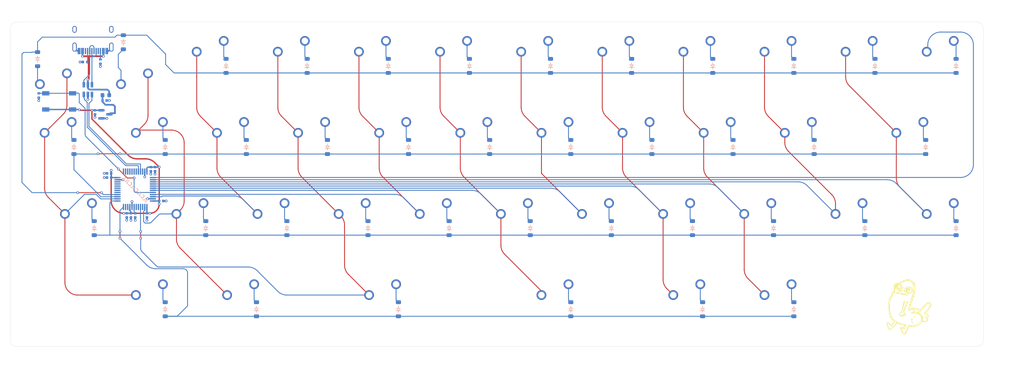
<source format=kicad_pcb>
(kicad_pcb (version 20240108) (generator "pcbnew") (generator_version "8.0")
  (title_block (title "ScottoModules (STM32F072CBT6)") (date "2024-07-13") (rev "2.0.0") (company "ScottoKeebs") (comment 1 "GND filled zone should be on In1.Cu and In2.Cu on a 4 layer board.") (comment 2 "GND can be used on F.Cu and B.Cu on a 2 layer board but not encouraged."))
  (layers (0 "F.Cu" signal) (1 "In1.Cu" signal) (2 "In2.Cu" signal) (31 "B.Cu" signal) (34 "B.Paste" user) (35 "F.Paste" user) (36 "B.SilkS" user "B.Silkscreen") (37 "F.SilkS" user "F.Silkscreen") (38 "B.Mask" user) (39 "F.Mask" user) (44 "Edge.Cuts" user))
  (net 0 "")
  (net 1 "GND")
  (net 2 "+3.3V")
  (net 3 "+5V")
  (net 4 "VBUS")
  (net 5 "/USB_D+")
  (net 6 "Net-(J1-CC1)")
  (net 7 "/USB_D-")
  (net 8 "Net-(J1-CC2)")
  (net 9 "/A7")
  (net 10 "A6")
  (net 11 "Net-(D1-A)")
  (net 12 "/A9")
  (net 13 "Net-(D2-A)")
  (net 14 "Net-(D3-A)")
  (net 15 "/A1")
  (net 16 "/A8")
  (net 17 "Net-(D4-A)")
  (net 18 "/A13")
  (net 19 "Net-(D5-A)")
  (net 20 "Net-(D6-A)")
  (net 21 "/A10")
  (net 22 "/A2")
  (net 23 "/MCU_D-")
  (net 24 "/MCU_D+")
  (net 25 "/NRST")
  (net 26 "/BOOT0")
  (net 27 "/B12")
  (net 28 "Net-(D7-A)")
  (net 29 "Net-(D8-A)")
  (net 30 "/B0")
  (net 31 "Net-(D9-A)")
  (net 32 "Net-(D10-A)")
  (net 33 "/B2")
  (net 34 "Net-(D11-A)")
  (net 35 "/B1")
  (net 36 "/B13")
  (net 37 "/F1")
  (net 38 "Net-(D12-A)")
  (net 39 "A5")
  (net 40 "/B10")
  (net 41 "Net-(D13-A)")
  (net 42 "/B15")
  (net 43 "/F0")
  (net 44 "/C15")
  (net 45 "/B11")
  (net 46 "Net-(D14-A)")
  (net 47 "/B14")
  (net 48 "Net-(D15-A)")
  (net 49 "Net-(D16-A)")
  (net 50 "Net-(D17-A)")
  (net 51 "Net-(D18-A)")
  (net 52 "Net-(D19-A)")
  (net 53 "Net-(D20-A)")
  (net 54 "Net-(D21-A)")
  (net 55 "Net-(D22-A)")
  (net 56 "Net-(D23-A)")
  (net 57 "A3")
  (net 58 "Net-(D24-A)")
  (net 59 "Net-(D25-A)")
  (net 60 "Net-(D26-A)")
  (net 61 "Net-(D27-A)")
  (net 62 "Net-(D28-A)")
  (net 63 "Net-(D29-A)")
  (net 64 "Net-(D30-A)")
  (net 65 "Net-(D31-A)")
  (net 66 "Net-(D32-A)")
  (net 67 "Net-(D33-A)")
  (net 68 "Net-(D34-A)")
  (net 69 "Net-(D35-A)")
  (net 70 "Net-(D36-A)")
  (net 71 "Net-(D37-A)")
  (net 72 "Net-(D38-A)")
  (net 73 "Net-(D39-A)")
  (net 74 "Net-(D40-A)")
  (net 75 "A4")
  (net 76 "C13")
  (net 77 "B9")
  (net 78 "B8")
  (net 79 "B7")
  (net 80 "B6")
  (net 81 "B5")
  (net 82 "B4")
  (net 83 "B3")
  (net 84 "A15")
  (net 85 "A14")
  (net 86 "/C14")
  (net 87 "/A0")
  (footprint "PCM_marbastlib-mx:SW_MX_1u" (layer "F.Cu") (at 86.868696 75.200654)
    (property "Reference" "S26" (hide yes))
    (property "Value" "Keyswitch")
  )
  (footprint "PCM_marbastlib-mx:SW_MX_1u" (layer "F.Cu") (at 67.818696 75.200654)
    (property "Reference" "S25" (hide yes))
    (property "Value" "Keyswitch")
  )
  (footprint "PCM_marbastlib-mx:SW_MX_1u" (layer "F.Cu") (at 58.293696 94.250654)
    (property "Reference" "S35" (hide yes))
    (property "Value" "Keyswitch")
  )
  (footprint "PCM_marbastlib-mx:SW_MX_1u" (layer "F.Cu") (at 205.931196 94.250654)
    (property "Reference" "S40" (hide yes))
    (property "Value" "Keyswitch")
  )
  (footprint "PCM_marbastlib-mx:SW_MX_1u" (layer "F.Cu") (at 58.293696 56.150654)
    (property "Reference" "S14" (hide yes))
    (property "Value" "Keyswitch")
  )
  (footprint "PCM_marbastlib-mx:SW_MX_1u" (layer "F.Cu") (at 172.593696 56.150654)
    (property "Reference" "S20" (hide yes))
    (property "Value" "Keyswitch")
  )
  (footprint "PCM_marbastlib-mx:SW_MX_1u" (layer "F.Cu") (at 191.643696 56.150654)
    (property "Reference" "S21" (hide yes))
    (property "Value" "Keyswitch")
  )
  (footprint "PCM_marbastlib-mx:SW_MX_1.75u" (layer "F.Cu") (at 236.887446 56.150654)
    (property "Reference" "S23" (hide yes))
    (property "Value" "Keyswitch")
  )
  (footprint "PCM_marbastlib-mx:SW_MX_1u" (layer "F.Cu") (at 110.681196 37.100654)
    (property "Reference" "S5" (hide yes))
    (property "Value" "Keyswitch")
  )
  (footprint "PCM_marbastlib-mx:SW_MX_1u" (layer "F.Cu") (at 244.031196 37.100654)
    (property "Reference" "S12" (hide yes))
    (property "Value" "Keyswitch")
  )
  (footprint "PCM_marbastlib-mx:SW_MX_1u" (layer "F.Cu") (at 129.731196 37.100654)
    (property "Reference" "S6" (hide yes))
    (property "Value" "Keyswitch")
  )
  (footprint "PCM_marbastlib-mx:SW_MX_1u" (layer "F.Cu") (at 134.493696 56.150654)
    (property "Reference" "S18" (hide yes))
    (property "Value" "Keyswitch")
  )
  (footprint "PCM_marbastlib-mx:SW_MX_1u" (layer "F.Cu") (at 186.881196 37.100654)
    (property "Reference" "S9" (hide yes))
    (property "Value" "Keyswitch")
  )
  (footprint "PCM_marbastlib-mx:SW_MX_1u" (layer "F.Cu") (at 205.931196 37.100654)
    (property "Reference" "S10" (hide yes))
    (property "Value" "Keyswitch")
  )
  (footprint "PCM_marbastlib-mx:SW_MX_1.75u" (layer "F.Cu") (at 41.624946 75.200654)
    (property "Reference" "S24" (hide yes))
    (property "Value" "Keyswitch")
  )
  (footprint "PCM_marbastlib-mx:SW_MX_1u" (layer "F.Cu") (at 34.481196 37.100654 180)
    (property "Reference" "S1" (hide yes))
    (property "Value" "Keyswitch")
  )
  (footprint "PCM_marbastlib-mx:SW_MX_1u" (layer "F.Cu") (at 91.631196 37.100654)
    (property "Reference" "S4" (hide yes))
    (property "Value" "Keyswitch")
  )
  (footprint "PCM_marbastlib-mx:SW_MX_1.25u" (layer "F.Cu") (at 79.724946 94.250654)
    (property "Reference" "S36" (hide yes))
    (property "Value" "Keyswitch")
  )
  (footprint "PCM_marbastlib-mx:SW_MX_1.25u" (layer "F.Cu") (at 36.862446 56.150654)
    (property "Reference" "S13" (hide yes))
    (property "Value" "Keyswitch")
  )
  (footprint "PCM_marbastlib-mx:SW_MX_1u" (layer "F.Cu") (at 163.068696 75.200654)
    (property "Reference" "S30" (hide yes))
    (property "Value" "Keyswitch")
  )
  (footprint "PCM_marbastlib-mx:SW_MX_1.25u" (layer "F.Cu") (at 184.499946 94.250654)
    (property "Reference" "S39" (hide yes))
    (property "Value" "Keyswitch")
  )
  (footprint "PCM_marbastlib-mx:SW_MX_1u" (layer "F.Cu") (at 72.581196 37.100654)
    (property "Reference" "S3" (hide yes))
    (property "Value" "Keyswitch")
  )
  (footprint "PCM_marbastlib-mx:SW_MX_1u" (layer "F.Cu") (at 244.031196 75.200654)
    (property "Reference" "S34" (hide yes))
    (property "Value" "Keyswitch")
  )
  (footprint "PCM_marbastlib-mx:SW_MX_1u" (layer "F.Cu") (at 210.693696 56.150654)
    (property "Reference" "S22" (hide yes))
    (property "Value" "Keyswitch")
  )
  (footprint "fred_graphics:logo" (layer "F.Cu") (at 235.912446 94.385029)
    (property "Reference" "G***" (hide yes))
    (property "Value" "LOGO" (hide yes))
  )
  (footprint "PCM_marbastlib-mx:SW_MX_1u" (layer "F.Cu") (at 53.531196 37.100654 180)
    (property "Reference" "S2" (hide yes))
    (property "Value" "Keyswitch")
  )
  (footprint "PCM_marbastlib-mx:SW_MX_1u" (layer "F.Cu") (at 115.443696 56.150654)
    (property "Reference" "S17" (hide yes))
    (property "Value" "Keyswitch")
  )
  (footprint "PCM_marbastlib-mx:SW_MX_1u" (layer "F.Cu") (at 224.981196 37.100654)
    (property "Reference" "S11" (hide yes))
    (property "Value" "Keyswitch")
  )
  (footprint "PCM_marbastlib-mx:SW_MX_1u" (layer "F.Cu") (at 182.118696 75.200654)
    (property "Reference" "S31" (hide yes))
    (property "Value" "Keyswitch")
  )
  (footprint "PCM_marbastlib-mx:STAB_MX_2u" (layer "F.Cu") (at 153.543696 94.250654 180)
    (property "Reference" "SB2" (hide yes))
    (property "Value" "MX_stab")
  )
  (footprint "PCM_marbastlib-mx:SW_MX_1u" (layer "F.Cu") (at 144.018696 75.200654)
    (property "Reference" "S29" (hide yes))
    (property "Value" "Keyswitch")
  )
  (footprint "PCM_marbastlib-mx:SW_MX_1u" (layer "F.Cu") (at 148.781196 37.100654)
    (property "Reference" "S7" (hide yes))
    (property "Value" "Keyswitch")
  )
  (footprint "PCM_marbastlib-mx:SW_MX_1u" (layer "F.Cu") (at 153.543696 56.150654)
    (property "Reference" "S19" (hide yes))
    (property "Value" "Keyswitch")
  )
  (footprint "PCM_marbastlib-mx:SW_MX_1u" (layer "F.Cu") (at 96.393696 56.150654)
    (property "Reference" "S16" (hide yes))
    (property "Value" "Keyswitch")
  )
  (footprint "PCM_marbastlib-mx:SW_MX_1u" (layer "F.Cu") (at 201.168696 75.200654)
    (property "Reference" "S32" (hide yes))
    (property "Value" "Keyswitch")
  )
  (footprint "PCM_marbastlib-mx:SW_MX_1u" (layer "F.Cu") (at 77.343696 56.150654)
    (property "Reference" "S15" (hide yes))
    (property "Value" "Keyswitch")
  )
  (footprint "PCM_marbastlib-mx:SW_MX_1u" (layer "F.Cu") (at 113.062446 94.250654)
    (property "Reference" "S37" (hide yes))
    (property "Value" "Keyswitch")
  )
  (footprint "PCM_marbastlib-mx:SW_MX_1u" (layer "F.Cu") (at 124.968696 75.200654)
    (property "Reference" "S28" (hide yes))
    (property "Value" "Keyswitch")
  )
  (footprint "PCM_marbastlib-mx:SW_MX_1.25u" (layer "F.Cu") (at 222.599946 75.200654)
    (property "Reference" "S33" (hide yes))
    (property "Value" "Keyswitch")
  )
  (footprint "PCM_marbastlib-mx:SW_MX_1u" (layer "F.Cu") (at 153.543696 94.250654)
    (property "Reference" "S38" (hide yes))
    (property "Value" "Keyswitch")
  )
  (footprint "PCM_marbastlib-mx:STAB_MX_2.25u" (layer "F.Cu") (at 113.062446 94.250654 180)
    (property "Reference" "SB1" (hide yes))
    (property "Value" "MX_stab")
  )
  (footprint "PCM_marbastlib-mx:SW_MX_1u" (layer "F.Cu") (at 167.831196 37.100654)
    (property "Reference" "S8" (hide yes))
    (property "Value" "Keyswitch")
  )
  (footprint "PCM_marbastlib-mx:SW_MX_1u" (layer "F.Cu") (at 105.918696 75.200654)
    (property "Reference" "S27" (hide yes))
    (property "Value" "Keyswitch")
  )
  (footprint "ScottoKeebs_Components:Diode_SOD-123" (layer "B.Cu") (at 82.806196 95.044404 90)
    (property "Reference" "D36" (hide yes))
    (property "Value" "Diode")
  )
  (footprint "ScottoKeebs_Components:Diode_SOD-123" (layer "B.Cu") (at 225.681196 75.994404 90)
    (property "Reference" "D33" (hide yes))
    (property "Value" "Diode")
  )
  (footprint "ScottoKeebs_Components:Resistor_0402" (layer "B.Cu") (at 46.153073 36.866279 -90)
    (property "Reference" "R3" (hide yes))
    (property "Value" "5.1k" (hide yes))
  )
  (footprint "ScottoKeebs_Components:Diode_SOD-123" (layer "B.Cu") (at 70.899946 75.994404 90)
    (property "Reference" "D25" (hide yes))
    (property "Value" "Diode")
  )
  (footprint "ScottoKeebs_Components:Diode_SOD-123" (layer "B.Cu") (at 61.374946 95.044404 90)
    (property "Reference" "D35" (hide yes))
    (property "Value" "Diode")
  )
  (footprint "ScottoKeebs_Components:Capacitor_0402" (layer "B.Cu") (at 57.997453 62.14378 90)
    (property "Reference" "C16" (hide yes))
    (property "Value" "100nF")
  )
  (footprint "ScottoKeebs_Components:Diode_SOD-123" (layer "B.Cu") (at 39.943696 56.944404 90)
    (property "Reference" "D13" (hide yes))
    (property "Value" "Diode")
  )
  (footprint "ScottoKeebs_Components:Diode_SOD-123" (layer "B.Cu") (at 89.949946 75.994404 90)
    (property "Reference" "D26" (hide yes))
    (property "Value" "Diode")
  )
  (footprint "ScottoKeebs_Components:USB_C_HRO_TYPE-C-31-M-12" (layer "B.Cu") (at 44.403071 30.353779)
    (property "Reference" "J1" (hide yes))
    (property "Value" "USB_C")
  )
  (footprint "ScottoKeebs_Components:Diode_SOD-123" (layer "B.Cu") (at 99.474946 56.944404 90)
    (property "Reference" "D16" (hide yes))
    (property "Value" "Diode")
  )
  (footprint "ScottoKeebs_Components:ESD_SOT-23-6" (layer "B.Cu") (at 43.212446 43.450654 90)
    (property "Reference" "U4" (hide yes))
    (property "Value" "USBLC6-2SC6" (hide yes))
  )
  (footprint "ScottoKeebs_Components:Diode_SOD-123" (layer "B.Cu") (at 187.581196 95.044404 90)
    (property "Reference" "D39" (hide yes))
    (property "Value" "Diode")
  )
  (footprint "ScottoKeebs_Components:Diode_SOD-123" (layer "B.Cu") (at 239.968696 56.944404 90)
    (property "Reference" "D23" (hide yes))
    (property "Value" "Diode")
  )
  (footprint "ScottoKeebs_Components:Diode_SOD-123" (layer "B.Cu") (at 209.012446 95.044404 90)
    (property "Reference" "D40" (hide yes))
    (property "Value" "Diode")
  )
  (footprint "ScottoKeebs_Components:Capacitor_0402" (layer "B.Cu") (at 60.447446 69.616279 180)
    (property "Reference" "C13" (hide yes))
    (property "Value" "100nF")
  )
  (footprint "ScottoKeebs_Components:Capacitor_0402" (layer "B.Cu") (at 53.324946 72.988779 90)
    (property "Reference" "C14" (hide yes))
    (property "Value" "10nF")
  )
  (footprint "ScottoKeebs_Components:Diode_SOD-123" (layer "B.Cu") (at 108.999946 75.994404 90)
    (property "Reference" "D27" (hide yes))
    (property "Value" "Diode")
  )
  (footprint "ScottoKeebs_Components:Diode_SOD-123" (layer "B.Cu") (at 75.662446 37.894404 90)
    (property "Reference" "D3" (hide yes))
    (property "Value" "Diode")
  )
  (footprint "ScottoKeebs_Components:Diode_SOD-123" (layer "B.Cu") (at 209.012446 37.894404 90)
    (property "Reference" "D10" (hide yes))
    (property "Value" "Diode")
  )
  (footprint "ScottoKeebs_Components:Package_LQFP-48_7x7mm_P0.5" (layer "B.Cu") (at 54.324946 66.866279 90)
    (property "Reference" "U1" (hide yes))
    (property "Value" "STM32F072CBT6" (hide yes))
  )
  (footprint "ScottoKeebs_Components:Capacitor_0402" (layer "B.Cu") (at 48.202445 64.116276)
    (property "Reference" "C11" (hide yes))
    (property "Value" "100nF")
  )
  (footprint "ScottoKeebs_Components:Diode_SOD-123" (layer "B.Cu") (at 156.624946 95.044404 90)
    (property "Reference" "D38" (hide yes))
    (property "Value" "Diode")
  )
  (footprint "ScottoKeebs_Components:Diode_SOD-123" (layer "B.Cu") (at 166.149946 75.994404 90)
    (property "Reference" "D30" (hide yes))
    (property "Value" "Diode")
  )
  (footprint "ScottoKeebs_Components:Capacitor_0402" (layer "B.Cu") (at 47.127197 46.018151)
    (property "Reference" "C8" (hide yes))
    (property "Value" "1uF")
  )
  (footprint "ScottoKeebs_Components:Diode_SOD-123" (layer "B.Cu") (at 94.712446 37.894404 90)
    (property "Reference" "D4" (hide yes))
    (property "Value" "Diode")
  )
  (footprint "ScottoKeebs_Components:Diode_SOD-123" (layer "B.Cu") (at 175.674946 56.944404 90)
    (property "Reference" "D20" (hide yes))
    (property "Value" "Diode")
  )
  (footprint "ScottoKeebs_Components:Diode_SOD-123" (layer "B.Cu") (at 194.724946 56.944404 90)
    (property "Reference" "D21" (hide yes))
    (property "Value" "Diode")
  )
  (footprint "ScottoKeebs_Components:Diode_SOD-123" (layer "B.Cu") (at 44.706196 75.994404 90)
    (property "Reference" "D24" (hide yes))
    (property "Value" "Diode")
  )
  (footprint "ScottoKeebs_Components:Capacitor_0402" (layer "B.Cu") (at 57.074945 72.98878 90)
    (property "Reference" "C10" (hide yes))
    (property "Value" "100nF")
  )
  (footprint "ScottoKeebs_Components:Capacitor_0402" (layer "B.Cu") (at 52.342446 72.98878 90)
    (property "Reference" "C15" (hide yes))
    (property "Value" "1uF")
  )
  (footprint "ScottoKeebs_Components:Diode_SOD-123" (layer "B.Cu") (at 31.399946 36.306904 -90)
    (property "Reference" "D1" (hide yes))
    (property "Value" "Diode")
  )
  (footprint "ScottoKeebs_Components:Diode_SOD-123" (layer "B.Cu") (at 247.112446 37.894404 90)
    (property "Reference" "D12" (hide yes))
    (property "Value" "Diode")
  )
  (footprint "ScottoKeebs_Components:Diode_SOD-123" (layer "B.Cu") (at 213.774946 56.944404 90)
    (property "Reference" "D22" (hide yes))
    (property "Value" "Diode")
  )
  (footprint "ScottoKeebs_Components:Diode_SOD-123" (layer "B.Cu") (at 247.112446 75.994404 90)
    (property "Reference" "D34" (hide yes))
    (property "Value" "Diode")
  )
  (footprint "ScottoKeebs_Components:Resistor_0402" (layer "B.Cu") (at 42.558071 36.978779 180)
    (property "Reference" "R2" (hide yes))
    (property "Value" "5.1k" (hide yes))
  )
  (footprint "ScottoKeebs_Components:Diode_SOD-123" (layer "B.Cu") (at 132.812446 37.894404 90)
    (property "Reference" "D6" (hide yes))
    (property "Value" "Diode")
  )
  (footprint "ScottoKeebs_Components:Diode_SOD-123" (layer "B.Cu") (at 204.249946 75.994404 90)
    (property "Reference" "D32" (hide yes))
    (property "Value" "Diode")
  )
  (footprint "ScottoKeebs_Components:Capacitor_0402" (layer "B.Cu") (at 54.324945 72.988779 -90)
    (property "Reference" "C7" (hide yes))
    (property "Value" "100nF")
  )
  (footprint "ScottoKeebs_Components:Diode_SOD-123" (layer "B.Cu") (at 113.762446 37.894404 90)
    (property "Reference" "D5" (hide yes))
    (property "Value" "Diode")
  )
  (footprint "ScottoKeebs_Components:Capacitor_0402" (layer "B.Cu") (at 58.979946 62.143782 90)
    (property "Reference" "C17" (hide yes))
    (property "Value" "4.7uF")
  )
  (footprint "ScottoKeebs_Components:Diode_SOD-123" (layer "B.Cu") (at 116.143696 95.044404 90)
    (property "Reference" "D37" (hide yes))
    (property "Value" "Diode")
  )
  (footprint "ScottoKeebs_Components:Diode_SOD-123" (layer "B.Cu") (at 118.524946 56.944404 90)
    (property "Reference" "D17" (hide yes))
    (property "Value" "Diode")
  )
  (footprint "ScottoKeebs_Components:Diode_SOD-123" (layer "B.Cu") (at 185.199946 75.994404 90)
    (property "Reference" "D31" (hide yes))
    (property "Value" "Diode")
  )
  (footprint "ScottoKeebs_Components:Diode_SOD-123" (layer "B.Cu") (at 80.424946 56.944404 90)
    (property "Reference" "D15" (hide yes))
    (property "Value" "Diode")
  )
  (footprint "ScottoKeebs_Components:Diode_SOD-123" (layer "B.Cu") (at 128.049946 75.994404 90)
    (property "Reference" "D28" (hide yes))
    (property "Value" "Diode")
  )
  (footprint "ScottoKeebs_Components:Diode_SOD-123" (layer "B.Cu") (at 61.374946 56.944404 90)
    (property "Reference" "D14" (hide yes))
    (property "Value" "Diode")
  )
  (footprint "ScottoKeebs_Components:Diode_SOD-123" (layer "B.Cu") (at 170.912446 37.894404 90)
    (property "Reference" "D8" (hide yes))
    (property "Value" "Diode")
  )
  (footprint "ScottoKeebs_Components:Diode_SOD-123" (layer "B.Cu") (at 147.099946 75.994404 90)
    (property "Reference" "D29" (hide yes))
    (property "Value" "Diode")
  )
  (footprint "ScottoKeebs_Components:Voltage_SOT-23" (layer "B.Cu") (at 47.324946 49.265655)
    (property "Reference" "U3" (hide yes))
    (property "Value" "XC6206")
  )
  (footprint "ScottoKeebs_Components:Resistor_0402" (layer "B.Cu") (at 31.683075 44.841273 90)
    (property "Reference" "R1" (hide yes))
    (property "Value" "10k" (hide yes))
  )
  (footprint "ScottoKeebs_Components:Diode_SOD-123" (layer "B.Cu") (at 51.546821 32.338154 -90)
    (property "Reference" "D2" (hide yes))
    (property "Value" "Diode")
  )
  (footprint "ScottoKeebs_Components:Diode_SOD-123" (layer "B.Cu") (at 137.574946 56.944404 90)
    (property "Reference" "D18" (hide yes))
    (property "Value" "Diode")
  )
  (footprint "ScottoKeebs_Components:Fuse_0603" (layer "B.Cu") (at 47.436195 44.765651 180)
    (property "Reference" "F1" (hide yes))
    (property "Value" "500mA" (hide yes))
  )
  (footprint "ScottoKeebs_Components:Button_TL3342" (layer "B.Cu") (at 36.465571 46.228779)
    (property "Reference" "SW1" (hide yes))
    (property "Value" "SW_Push")
  )
  (footprint "ScottoKeebs_Components:Diode_SOD-123" (layer "B.Cu") (at 189.962446 37.894404 90)
    (property "Reference" "D9" (hide yes))
    (property "Value" "Diode")
  )
  (footprint "ScottoKeebs_Components:Diode_SOD-123" (layer "B.Cu") (at 228.062446 37.894404 90)
    (property "Reference" "D11" (hide yes))
    (property "Value" "Diode")
  )
  (footprint "ScottoKeebs_Components:Diode_SOD-123" (layer "B.Cu") (at 156.624946 56.944404 90)
    (property "Reference" "D19" (hide yes))
    (property "Value" "Diode")
  )
  (footprint "ScottoKeebs_Components:Capacitor_0402" (layer "B.Cu") (at 44.882446 48.795655 -90)
    (property "Reference" "C9" (hide yes))
    (property "Value" "1uF")
  )
  (footprint "ScottoKeebs_Components:Diode_SOD-123" (layer "B.Cu") (at 151.862446 37.894404 90)
    (property "Reference" "D7" (hide yes))
    (property "Value" "Diode")
  )
  (footprint "ScottoKeebs_Components:Capacitor_0402" (layer "B.Cu") (at 48.202438 63.133776)
    (property "Reference" "C12" (hide yes))
    (property "Value" "4.7uF")
  )
  (gr_line (start 253.556196 102.188154) (end 253.556196 29.163154) (stroke (width 0.05)) (layer "Edge.Cuts"))
  (gr_line (start 24.956196 29.163154) (end 24.956196 102.188154) (stroke (width 0.05)) (layer "Edge.Cuts"))
  (gr_arc (start 251.968696 27.575654) (mid 253.091228 28.040622) (end 253.556196 29.163154) (stroke (width 0.05)) (layer "Edge.Cuts"))
  (gr_arc (start 26.543696 103.775654) (mid 25.421164 103.310686) (end 24.956196 102.188154) (stroke (width 0.05)) (layer "Edge.Cuts"))
  (gr_arc (start 253.556196 102.188154) (mid 253.091228 103.310686) (end 251.968696 103.775654) (stroke (width 0.05)) (layer "Edge.Cuts"))
  (gr_line (start 26.543696 103.775654) (end 251.968696 103.775654) (stroke (width 0.05)) (layer "Edge.Cuts"))
  (gr_line (start 251.968696 27.575654) (end 26.543696 27.575654) (stroke (width 0.05)) (layer "Edge.Cuts"))
  (gr_arc (start 24.956196 29.163154) (mid 25.421164 28.040622) (end 26.543696 27.575654) (stroke (width 0.05)) (layer "Edge.Cuts"))
  (gr_text "JLCJLCJLCJLC" (at 54.324946 66.866279 -45) (layer "B.SilkS") (effects (font (size 0.8 0.8)) (justify mirror)))
  (via (at 31.683073 46.02127) (size 0.6) (drill 0.3) (layers "F.Cu" "B.Cu") (net 1))
  (via (at 54.324945 74.148779) (size 0.6) (drill 0.3) (layers "F.Cu" "B.Cu") (net 1))
  (via (at 47.042445 64.116277) (size 0.6) (drill 0.3) (layers "F.Cu" "B.Cu") (net 1))
  (via (at 47.042446 63.133773) (size 0.6) (drill 0.3) (layers "F.Cu" "B.Cu") (net 1))
  (via (at 57.074949 74.148779) (size 0.6) (drill 0.3) (layers "F.Cu" "B.Cu") (net 1))
  (via (at 46.153076 38.04628) (size 0.6) (drill 0.3) (layers "F.Cu" "B.Cu") (net 1))
  (via (at 47.672438 50.214405) (size 0.6) (drill 0.3) (layers "F.Cu" "B.Cu") (net 1))
  (via (at 53.574946 69.766279) (size 0.6) (drill 0.3) (layers "F.Cu" "B.Cu") (net 1))
  (via (at 56.574946 63.966279) (size 0.6) (drill 0.3) (layers "F.Cu" "B.Cu") (net 1))
  (via (at 57.224946 69.116279) (size 0.6) (drill 0.3) (layers "F.Cu" "B.Cu") (net 1))
  (via (at 52.342447 74.148781) (size 0.6) (drill 0.3) (layers "F.Cu" "B.Cu") (net 1))
  (via (at 51.424946 64.616279) (size 0.6) (drill 0.3) (layers "F.Cu" "B.Cu") (net 1))
  (via (at 43.211569 45.754302) (size 0.6) (drill 0.3) (layers "F.Cu" "B.Cu") (net 1))
  (via (at 48.287197 46.018151) (size 0.6) (drill 0.3) (layers "F.Cu" "B.Cu") (net 1))
  (via (at 58.979948 63.303783) (size 0.6) (drill 0.3) (layers "F.Cu" "B.Cu") (net 1))
  (via (at 61.607446 69.616279) (size 0.6) (drill 0.3) (layers "F.Cu" "B.Cu") (net 1))
  (via (at 57.997447 63.303782) (size 0.6) (drill 0.3) (layers "F.Cu" "B.Cu") (net 1))
  (via (at 44.882446 49.955655) (size 0.6) (drill 0.3) (layers "F.Cu" "B.Cu") (net 1))
  (via (at 53.324945 74.148779) (size 0.6) (drill 0.3) (layers "F.Cu" "B.Cu") (net 1))
  (via (at 41.378071 36.978779) (size 0.6) (drill 0.3) (layers "F.Cu" "B.Cu") (net 1))
  (segment (start 56.574946 62.703779) (end 56.574946 63.966279) (width 0.3) (layer "B.Cu") (net 1))
  (segment (start 57.997451 62.623779) (end 57.997451 63.303778) (width 0.4) (layer "B.Cu") (net 1))
  (segment (start 42.048071 36.978779) (end 41.378071 36.978779) (width 0.4) (layer "B.Cu") (net 1))
  (segment (start 47.722447 63.133774) (end 47.042446 63.133773) (width 0.4) (layer "B.Cu") (net 1))
  (segment (start 52.342447 73.46878) (end 52.342447 74.148781) (width 0.4) (layer "B.Cu") (net 1))
  (segment (start 53.324945 73.468779) (end 53.324945 74.148779) (width 0.4) (layer "B.Cu") (net 1))
  (segment (start 47.607197 46.018151) (end 48.287197 46.018151) (width 0.4) (layer "B.Cu") (net 1))
  (segment (start 57.997451 63.303778) (end 57.997447 63.303782) (width 0.4) (layer "B.Cu") (net 1))
  (segment (start 46.387446 50.215655) (end 47.671188 50.215655) (width 0.4) (layer "B.Cu") (net 1))
  (segment (start 50.162446 64.616279) (end 51.424946 64.616279) (width 0.3) (layer "B.Cu") (net 1))
  (segment (start 31.683071 45.351275) (end 31.683073 46.02127) (width 0.4) (layer "B.Cu") (net 1))
  (segment (start 43.212446 45.753425) (end 43.211569 45.754302) (width 0.4) (layer "B.Cu") (net 1))
  (segment (start 44.882446 49.275655) (end 44.882446 49.955655) (width 0.4) (layer "B.Cu") (net 1))
  (segment (start 57.074949 73.468778) (end 57.074949 74.148779) (width 0.4) (layer "B.Cu") (net 1))
  (segment (start 47.722445 64.116277) (end 47.042445 64.116277) (width 0.4) (layer "B.Cu") (net 1))
  (segment (start 43.212446 44.588154) (end 43.212446 45.753425) (width 0.4) (layer "B.Cu") (net 1))
  (segment (start 41.153071 34.398779) (end 40.998071 34.398779) (width 0.4) (layer "B.Cu") (net 1))
  (segment (start 54.324945 73.468779) (end 54.324945 74.148779) (width 0.4) (layer "B.Cu") (net 1))
  (segment (start 60.927446 69.616279) (end 61.607446 69.616279) (width 0.4) (layer "B.Cu") (net 1))
  (segment (start 58.979947 63.303782) (end 58.979948 63.303783) (width 0.4) (layer "B.Cu") (net 1))
  (segment (start 53.574946 71.028779) (end 53.574946 69.766279) (width 0.3) (layer "B.Cu") (net 1))
  (segment (start 47.653071 34.398779) (end 47.808071 34.398779) (width 0.4) (layer "B.Cu") (net 1))
  (segment (start 58.487446 69.116279) (end 57.224946 69.116279) (width 0.3) (layer "B.Cu") (net 1))
  (segment (start 46.153073 37.376279) (end 46.153073 38.046273) (width 0.4) (layer "B.Cu") (net 1))
  (segment (start 58.979947 62.623778) (end 58.979947 63.303782) (width 0.4) (layer "B.Cu") (net 1))
  (segment (start 46.153073 38.046273) (end 46.153076 38.04628) (width 0.4) (layer "B.Cu") (net 1))
  (arc (start 47.808071 34.398779) (mid 48.455074 34.130782) (end 48.723071 33.483779) (width 0.4) (layer "B.Cu") (net 1))
  (arc (start 40.998071 34.398779) (mid 40.351068 34.130782) (end 40.083071 33.483779) (width 0.4) (layer "B.Cu") (net 1))
  (segment (start 41.330572 48.315655) (end 41.228071 48.213154) (width 0.3) (layer "F.Cu") (net 2))
  (segment (start 51.632447 72.508781) (end 51.632446 72.50878) (width 0.3) (layer "F.Cu") (net 2))
  (segment (start 59.967446 70.326281) (end 59.967446 70.326279) (width 0.3) (layer "F.Cu") (net 2))
  (segment (start 44.172446 50.363779) (end 52.652517 58.84385) (width 0.3) (layer "F.Cu") (net 2))
  (segment (start 44.172446 48.315655) (end 44.172446 50.363779) (width 0.3) (layer "F.Cu") (net 2))
  (segment (start 54.773837 59.722529) (end 56.783553 59.722529) (width 0.3) (layer "F.Cu") (net 2))
  (segment (start 59.967446 70.326279) (end 59.967446 61.663781) (width 0.3) (layer "F.Cu") (net 2))
  (segment (start 58.904874 60.601209) (end 59.967446 61.663781) (width 0.3) (layer "F.Cu") (net 2))
  (segment (start 44.172446 48.315655) (end 41.330572 48.315655) (width 0.3) (layer "F.Cu") (net 2))
  (segment (start 57.784946 72.508781) (end 51.632447 72.508781) (width 0.3) (layer "F.Cu") (net 2))
  (segment (start 48.682438 69.558772) (end 48.682438 62.423776) (width 0.3) (layer "F.Cu") (net 2))
  (via (at 57.784946 72.508781) (size 0.6) (drill 0.3) (layers "F.Cu" "B.Cu") (net 2))
  (via (at 44.172446 48.315655) (size 0.6) (drill 0.3) (layers "F.Cu" "B.Cu") (net 2))
  (via (at 59.967446 70.326279) (size 0.6) (drill 0.3) (layers "F.Cu" "B.Cu") (net 2))
  (via (at 51.632446 72.50878) (size 0.6) (drill 0.3) (layers "F.Cu" "B.Cu") (net 2))
  (via (at 59.967446 61.663781) (size 0.6) (drill 0.3) (layers "F.Cu" "B.Cu") (net 2))
  (via (at 48.682438 62.423776) (size 0.6) (drill 0.3) (layers "F.Cu" "B.Cu") (net 2))
  (via (at 41.228071 48.213154) (size 0.6) (drill 0.3) (layers "F.Cu" "B.Cu") (net 2))
  (arc (start 51.632446 72.50878) (mid 49.546475 71.644743) (end 48.682438 69.558772) (width 0.3) (layer "F.Cu") (net 2))
  (arc (start 57.784946 72.508781) (mid 59.328207 71.869542) (end 59.967446 70.326281) (width 0.3) (layer "F.Cu") (net 2))
  (arc (start 58.904874 60.601209) (mid 57.931604 59.95089) (end 56.783553 59.722529) (width 0.3) (layer "F.Cu") (net 2))
  (arc (start 52.652517 58.84385) (mid 53.625787 59.494168) (end 54.773837 59.722529) (width 0.3) (layer "F.Cu") (net 2))
  (segment (start 57.074946 62.703779) (end 57.074946 62.011275) (width 0.3) (layer "B.Cu") (net 2))
  (segment (start 53.0878 71.830917) (end 53.099874 71.870435) (width 0.3) (layer "B.Cu") (net 2))
  (segment (start 48.682445 64.116278) (end 48.682445 63.133782) (width 0.3) (layer "B.Cu") (net 2))
  (segment (start 53.077976 71.776891) (end 53.0878 71.830917) (width 0.3) (layer "B.Cu") (net 2))
  (segment (start 41.143696 48.128779) (end 39.615576 48.128779) (width 0.3) (layer "B.Cu") (net 2))
  (segment (start 59.967446 61.663781) (end 58.97995 61.663781) (width 0.3) (layer "B.Cu") (net 2))
  (segment (start 57.99746 61.663786) (end 57.997455 61.663781) (width 0.3) (layer "B.Cu") (net 2))
  (segment (start 52.342445 72.50878) (end 51.632446 72.50878) (width 0.3) (layer "B.Cu") (net 2))
  (segment (start 50.162446 64.116279) (end 48.682445 64.116279) (width 0.3) (layer "B.Cu") (net 2))
  (segment (start 57.074946 72.508777) (end 57.074947 72.508778) (width 0.3) (layer "B.Cu") (net 2))
  (segment (start 41.228071 48.213154) (end 41.143696 48.128779) (width 0.3) (layer "B.Cu") (net 2))
  (segment (start 53.324946 72.508779) (end 52.342446 72.50878) (width 0.3) (layer "B.Cu") (net 2))
  (segment (start 58.979945 61.663786) (end 57.99746 61.663786) (width 0.3) (layer "B.Cu") (net 2))
  (segment (start 53.111764 71.899133) (end 53.122429 71.919888) (width 0.3) (layer "B.Cu") (net 2))
  (segment (start 58.97995 61.663781) (end 58.979945 61.663786) (width 0.3) (layer "B.Cu") (net 2))
  (segment (start 46.387446 48.315655) (end 44.882446 48.315655) (width 0.3) (layer "B.Cu") (net 2))
  (segment (start 53.099874 71.870435) (end 53.111764 71.899133) (width 0.3) (layer "B.Cu") (net 2))
  (segment (start 48.682438 63.133778) (end 48.682438 62.423776) (width 0.3) (layer "B.Cu") (net 2))
  (segment (start 57.997455 61.663781) (end 57.42244 61.663781) (width 0.3) (layer "B.Cu") (net 2))
  (segment (start 59.967446 69.616279) (end 59.967446 70.326279) (width 0.3) (layer "B.Cu") (net 2))
  (segment (start 53.074946 71.028779) (end 53.074946 71.704094) (width 0.3) (layer "B.Cu") (net 2))
  (segment (start 48.682445 63.133782) (end 48.682447 63.133778) (width 0.3) (layer "B.Cu") (net 2))
  (segment (start 33.315571 48.128779) (end 39.615571 48.128779) (width 0.3) (layer "B.Cu") (net 2))
  (segment (start 57.074947 72.508781) (end 57.784946 72.508781) (width 0.3) (layer "B.Cu") (net 2))
  (segment (start 57.074946 71.028779) (end 57.074946 72.508777) (width 0.3) (layer "B.Cu") (net 2))
  (segment (start 53.074946 71.704094) (end 53.077976 71.776891) (width 0.3) (layer "B.Cu") (net 2))
  (segment (start 53.324946 72.408807) (end 53.324946 72.508779) (width 0.3) (layer "B.Cu") (net 2))
  (segment (start 44.882446 48.315655) (end 44.172446 48.315655) (width 0.3) (layer "B.Cu") (net 2))
  (segment (start 58.487446 69.616279) (end 59.967446 69.616279) (width 0.3) (layer "B.Cu") (net 2))
  (arc (start 53.122429 71.919888) (mid 53.272313 72.144206) (end 53.324946 72.408807) (width 0.3) (layer "B.Cu") (net 2))
  (arc (start 57.42244 61.663781) (mid 57.176725 61.76556) (end 57.074946 62.011275) (width 0.3) (layer "B.Cu") (net 2))
  (segment (start 46.647197 46.32815) (end 47.341576 47.022529) (width 0.4) (layer "B.Cu") (net 3))
  (segment (start 48.521197 49.006904) (end 48.262446 49.265655) (width 0.4) (layer "B.Cu") (net 3))
  (segment (start 46.647197 46.018151) (end 46.647197 46.32815) (width 0.4) (layer "B.Cu") (net 3))
  (segment (start 46.648695 46.016653) (end 46.647197 46.018151) (width 0.4) (layer "B.Cu") (net 3))
  (segment (start 49.562446 49.006904) (end 48.521197 49.006904) (width 0.4) (layer "B.Cu") (net 3))
  (segment (start 46.648695 44.765651) (end 46.648695 46.016653) (width 0.4) (layer "B.Cu") (net 3))
  (segment (start 47.341576 47.022529) (end 49.165571 47.022529) (width 0.4) (layer "B.Cu") (net 3))
  (segment (start 49.562446 47.419404) (end 49.562446 49.006904) (width 0.4) (layer "B.Cu") (net 3))
  (segment (start 49.165571 47.022529) (end 49.562446 47.419404) (width 0.4) (layer "B.Cu") (net 3))
  (segment (start 43.403071 35.623779) (end 43.403071 40.960029) (width 0.4) (layer "F.Cu") (net 4))
  (segment (start 43.403071 35.623779) (end 46.853071 35.623779) (width 0.4) (layer "F.Cu") (net 4))
  (segment (start 43.403071 40.960029) (end 43.212446 41.150654) (width 0.4) (layer "F.Cu") (net 4))
  (segment (start 43.403071 35.623779) (end 41.953071 35.623779) (width 0.4) (layer "F.Cu") (net 4))
  (via (at 43.212446 41.150654) (size 0.6) (drill 0.3) (layers "F.Cu" "B.Cu") (net 4))
  (via (at 41.953071 35.623779) (size 0.6) (drill 0.3) (layers "F.Cu" "B.Cu") (net 4))
  (via (at 46.853071 35.623779) (size 0.6) (drill 0.3) (layers "F.Cu" "B.Cu") (net 4))
  (segment (start 43.212446 42.313154) (end 43.212446 42.950654) (width 0.4) (layer "B.Cu") (net 4))
  (segment (start 46.853071 34.398779) (end 46.853071 35.623779) (width 0.4) (layer "B.Cu") (net 4))
  (segment (start 41.953071 34.398779) (end 41.953071 35.623779) (width 0.4) (layer "B.Cu") (net 4))
  (segment (start 43.212446 42.313154) (end 43.212446 41.150654) (width 0.4) (layer "B.Cu") (net 4))
  (segment (start 48.223695 44.765651) (end 48.223695 44.10103) (width 0.4) (layer "B.Cu") (net 4))
  (segment (start 43.712446 43.450654) (end 47.586197 43.463532) (width 0.4) (layer "B.Cu") (net 4))
  (arc (start 43.212446 42.950654) (mid 43.358893 43.304207) (end 43.712446 43.450654) (width 0.4) (layer "B.Cu") (net 4))
  (arc (start 48.223695 44.10103) (mid 48.036976 43.650251) (end 47.586197 43.463532) (width 0.4) (layer "B.Cu") (net 4))
  (segment (start 44.153071 35.373779) (end 44.162446 35.383154) (width 0.2) (layer "B.Cu") (net 5))
  (segment (start 44.153071 34.398779) (end 44.153071 35.373779) (width 0.2) (layer "B.Cu") (net 5))
  (segment (start 44.162446 35.864404) (end 44.162446 35.910029) (width 0.2) (layer "B.Cu") (net 5))
  (segment (start 44.403071 35.623779) (end 44.162446 35.864404) (width 0.2) (layer "B.Cu") (net 5))
  (segment (start 44.162446 35.383154) (end 44.162446 35.910029) (width 0.2) (layer "B.Cu") (net 5))
  (segment (start 44.162446 35.910029) (end 44.162446 42.313154) (width 0.2) (layer "B.Cu") (net 5))
  (segment (start 44.903071 35.623779) (end 44.403071 35.623779) (width 0.2) (layer "B.Cu") (net 5))
  (segment (start 45.153071 34.398779) (end 45.153071 35.373779) (width 0.2) (layer "B.Cu") (net 5))
  (arc (start 45.153071 35.373779) (mid 45.079848 35.550556) (end 44.903071 35.623779) (width 0.2) (layer "B.Cu") (net 5))
  (segment (start 43.153071 34.398779) (end 43.153071 36.773571) (width 0.2) (layer "B.Cu") (net 6))
  (arc (start 43.153071 36.773571) (mid 43.13098 36.884629) (end 43.068071 36.978779) (width 0.2) (layer "B.Cu") (net 6))
  (segment (start 44.653071 33.623779) (end 44.653071 34.398779) (width 0.2) (layer "B.Cu") (net 7))
  (segment (start 43.653071 39.8615) (end 42.262446 41.252125) (width 0.2) (layer "B.Cu") (net 7))
  (segment (start 42.262446 41.252125) (end 42.262446 42.313154) (width 0.2) (layer "B.Cu") (net 7))
  (segment (start 43.653071 34.398779) (end 43.653071 33.623779) (width 0.2) (layer "B.Cu") (net 7))
  (segment (start 43.653071 34.398779) (end 43.653071 39.8615) (width 0.2) (layer "B.Cu") (net 7))
  (arc (start 43.653071 33.623779) (mid 43.799518 33.270226) (end 44.153071 33.123779) (width 0.2) (layer "B.Cu") (net 7))
  (arc (start 44.153071 33.123779) (mid 44.506624 33.270226) (end 44.653071 33.623779) (width 0.2) (layer "B.Cu") (net 7))
  (segment (start 46.153071 34.398779) (end 46.153071 36.356275) (width 0.2) (layer "B.Cu") (net 8))
  (segment (start 46.153071 36.356275) (end 46.153073 36.356279) (width 0.2) (layer "B.Cu") (net 8))
  (segment (start 40.831196 67.660029) (end 46.387446 67.660029) (width 0.2) (layer "F.Cu") (net 10))
  (via (at 46.387446 67.660029) (size 0.6) (drill 0.3) (layers "F.Cu" "B.Cu") (net 10))
  (via (at 40.831196 67.660029) (size 0.6) (drill 0.3) (layers "F.Cu" "B.Cu") (net 10))
  (segment (start 30.112534 34.656904) (end 30.050034 34.719404) (width 0.2) (layer "B.Cu") (net 10))
  (segment (start 51.546821 30.688154) (end 50.021821 30.688154) (width 0.2) (layer "B.Cu") (net 10))
  (segment (start 61.468696 35.116279) (end 61.468696 37.560029) (width 0.2) (layer "B.Cu") (net 10))
  (segment (start 28.131196 34.719404) (end 27.734321 35.116279) (width 0.2) (layer "B.Cu") (net 10))
  (segment (start 31.399946 32.244404) (end 31.399946 34.656904) (width 0.2) (layer "B.Cu") (net 10))
  (segment (start 57.040571 30.688154) (end 61.468696 35.116279) (width 0.2) (layer "B.Cu") (net 10))
  (segment (start 30.115571 67.660029) (end 40.831196 67.660029) (width 0.2) (layer "B.Cu") (net 10))
  (segment (start 27.734321 35.116279) (end 27.734321 65.278779) (width 0.2) (layer "B.Cu") (net 10))
  (segment (start 63.453071 39.544404) (end 247.112446 39.544404) (width 0.2) (layer "B.Cu") (net 10))
  (segment (start 31.399946 34.656904) (end 30.112534 34.656904) (width 0.2) (layer "B.Cu") (net 10))
  (segment (start 51.546821 30.688154) (end 57.040571 30.688154) (width 0.2) (layer "B.Cu") (net 10))
  (segment (start 46.387446 67.660029) (end 46.843696 68.116279) (width 0.2) (layer "B.Cu") (net 10))
  (segment (start 27.734321 65.278779) (end 30.115571 67.660029) (width 0.2) (layer "B.Cu") (net 10))
  (segment (start 32.496821 31.147529) (end 31.399946 32.244404) (width 0.2) (layer "B.Cu") (net 10))
  (segment (start 46.843696 68.116279) (end 50.162446 68.116279) (width 0.2) (layer "B.Cu") (net 10))
  (segment (start 50.021821 30.688154) (end 49.562446 31.147529) (width 0.2) (layer "B.Cu") (net 10))
  (segment (start 30.050034 34.719404) (end 28.131196 34.719404) (width 0.2) (layer "B.Cu") (net 10))
  (segment (start 49.562446 31.147529) (end 32.496821 31.147529) (width 0.2) (layer "B.Cu") (net 10))
  (segment (start 61.468696 37.560029) (end 63.453071 39.544404) (width 0.2) (layer "B.Cu") (net 10))
  (segment (start 31.399946 37.956904) (end 31.399946 41.639404) (width 0.2) (layer "B.Cu") (net 11))
  (segment (start 31.399946 41.639404) (end 31.941196 42.180654) (width 0.2) (layer "B.Cu") (net 11))
  (segment (start 50.991196 42.180654) (end 50.991196 38.926279) (width 0.2) (layer "B.Cu") (net 13))
  (segment (start 50.991196 38.926279) (end 50.356196 38.291279) (width 0.2) (layer "B.Cu") (net 13))
  (segment (start 50.356196 35.178779) (end 51.546821 33.988154) (width 0.2) (layer "B.Cu") (net 13))
  (segment (start 50.356196 38.291279) (end 50.356196 35.178779) (width 0.2) (layer "B.Cu") (net 13))
  (segment (start 75.121196 35.703154) (end 75.662446 36.244404) (width 0.2) (layer "B.Cu") (net 14))
  (segment (start 75.121196 32.020654) (end 75.121196 35.703154) (width 0.2) (layer "B.Cu") (net 14))
  (segment (start 94.171196 35.703154) (end 94.712446 36.244404) (width 0.2) (layer "B.Cu") (net 17))
  (segment (start 94.171196 32.020654) (end 94.171196 35.703154) (width 0.2) (layer "B.Cu") (net 17))
  (segment (start 113.221196 32.020654) (end 113.221196 35.703154) (width 0.2) (layer "B.Cu") (net 19))
  (segment (start 113.221196 35.703154) (end 113.762446 36.244404) (width 0.2) (layer "B.Cu") (net 19))
  (segment (start 132.271196 35.703154) (end 132.812446 36.244404) (width 0.2) (layer "B.Cu") (net 20))
  (segment (start 132.271196 32.020654) (end 132.271196 35.703154) (width 0.2) (layer "B.Cu") (net 20))
  (segment (start 50.753071 78.375654) (end 50.753071 76.788154) (width 0.2) (layer "F.Cu") (net 22))
  (via (at 50.753071 78.375654) (size 0.6) (drill 0.3) (layers "F.Cu" "B.Cu") (net 22))
  (via (at 50.753071 76.788154) (size 0.6) (drill 0.3) (layers "F.Cu" "B.Cu") (net 22))
  (segment (start 64.184321 96.694404) (end 66.628071 94.250654) (width 0.2) (layer "B.Cu") (net 22))
  (segment (start 50.753071 71.850654) (end 51.574946 71.028779) (width 0.2) (layer "B.Cu") (net 22))
  (segment (start 61.374946 96.694404) (end 209.012446 96.694404) (width 0.2) (layer "B.Cu") (net 22))
  (segment (start 61.374946 96.694404) (end 64.184321 96.694404) (width 0.2) (layer "B.Cu") (net 22))
  (segment (start 50.753071 76.788154) (end 50.753071 71.850654) (width 0.2) (layer "B.Cu") (net 22))
  (segment (start 65.628071 85.522529) (end 59.142587 85.522529) (width 0.2) (layer "B.Cu") (net 22))
  (segment (start 66.628071 94.250654) (end 66.628071 86.522529) (width 0.2) (layer "B.Cu") (net 22))
  (segment (start 57.021266 84.643849) (end 50.753071 78.375654) (width 0.2) (layer "B.Cu") (net 22))
  (arc (start 66.628071 86.522529) (mid 66.335178 85.815422) (end 65.628071 85.522529) (width 0.2) (layer "B.Cu") (net 22))
  (arc (start 59.142587 85.522529) (mid 57.994536 85.294167) (end 57.021266 84.643849) (width 0.2) (layer "B.Cu") (net 22))
  (segment (start 54.990571 61.313154) (end 55.074946 61.397529) (width 0.2) (layer "B.Cu") (net 23))
  (segment (start 42.486567 45.818423) (end 42.486567 45.877829) (width 0.2) (layer "B.Cu") (net 23))
  (segment (start 42.486567 45.877829) (end 43.063531 46.454793) (width 0.2) (layer "B.Cu") (net 23))
  (segment (start 43.063531 52.281967) (end 52.094718 61.313154) (width 0.2) (layer "B.Cu") (net 23))
  (segment (start 42.262446 45.014258) (end 42.264526 45.135012) (width 0.2) (layer "B.Cu") (net 23))
  (segment (start 42.376927 45.603236) (end 42.486567 45.818423) (width 0.2) (layer "B.Cu") (net 23))
  (segment (start 42.302301 45.373547) (end 42.376927 45.603236) (width 0.2) (layer "B.Cu") (net 23))
  (segment (start 52.094718 61.313154) (end 54.990571 61.313154) (width 0.2) (layer "B.Cu") (net 23))
  (segment (start 55.074946 61.397529) (end 55.074946 62.703779) (width 0.2) (layer "B.Cu") (net 23))
  (segment (start 42.262446 44.588154) (end 42.262446 45.014258) (width 0.2) (layer "B.Cu") (net 23))
  (segment (start 42.264526 45.135012) (end 42.302301 45.373547) (width 0.2) (layer "B.Cu") (net 23))
  (segment (start 43.063531 46.454793) (end 43.063531 52.281967) (width 0.2) (layer "B.Cu") (net 23))
  (segment (start 55.024946 62.703779) (end 55.074946 62.703779) (width 0.2) (layer "B.Cu") (net 23))
  (segment (start 55.515571 60.913154) (end 55.574946 60.972529) (width 0.2) (layer "B.Cu") (net 24))
  (segment (start 43.464392 46.702258) (end 43.464392 52.117142) (width 0.2) (layer "B.Cu") (net 24))
  (segment (start 44.162446 44.588154) (end 44.162446 46.004204) (width 0.2) (layer "B.Cu") (net 24))
  (segment (start 44.162446 46.004204) (end 43.464392 46.702258) (width 0.2) (layer "B.Cu") (net 24))
  (segment (start 43.464392 52.117142) (end 52.260404 60.913154) (width 0.2) (layer "B.Cu") (net 24))
  (segment (start 52.260404 60.913154) (end 55.515571 60.913154) (width 0.2) (layer "B.Cu") (net 24))
  (segment (start 55.574946 60.972529) (end 55.574946 62.703779) (width 0.2) (layer "B.Cu") (net 24))
  (segment (start 54.074946 71.905229) (end 54.074946 71.028779) (width 0.2) (layer "B.Cu") (net 25))
  (arc (start 54.324945 72.508779) (mid 54.139918 72.231868) (end 54.074946 71.905229) (width 0.2) (layer "B.Cu") (net 25))
  (segment (start 50.356196 62.103779) (end 52.456196 64.203779) (width 0.2) (layer "F.Cu") (net 26))
  (segment (start 52.456196 64.203779) (end 54.074946 64.203779) (width 0.2) (layer "F.Cu") (net 26))
  (via (at 50.356196 62.103779) (size 0.6) (drill 0.3) (layers "F.Cu" "B.Cu") (net 26))
  (via (at 54.074946 64.203779) (size 0.6) (drill 0.3) (layers "F.Cu" "B.Cu") (net 26))
  (segment (start 54.074946 67.203779) (end 54.074946 64.203779) (width 0.2) (layer "B.Cu") (net 26))
  (segment (start 42.562448 52.181904) (end 42.562448 53.895817) (width 0.2) (layer "B.Cu") (net 26))
  (segment (start 58.487446 67.616279) (end 54.487446 67.616279) (width 0.2) (layer "B.Cu") (net 26))
  (segment (start 41.191402 44.475269) (end 41.191402 46.494609) (width 0.2) (layer "B.Cu") (net 26))
  (segment (start 33.315565 44.328776) (end 31.68557 44.32877) (width 0.2) (layer "B.Cu") (net 26))
  (segment (start 42.562448 47.865655) (end 42.562448 52.181904) (width 0.2) (layer "B.Cu") (net 26))
  (segment (start 41.191402 46.494609) (end 42.562448 47.865655) (width 0.2) (layer "B.Cu") (net 26))
  (segment (start 39.615571 44.328779) (end 33.315571 44.328779) (width 0.2) (layer "B.Cu") (net 26))
  (segment (start 39.627262 44.27878) (end 40.865572 44.27878) (width 0.2) (layer "B.Cu") (net 26))
  (segment (start 42.855341 54.602924) (end 50.356196 62.103779) (width 0.2) (layer "B.Cu") (net 26))
  (arc (start 42.562448 53.895817) (mid 42.638568 54.2785) (end 42.855341 54.602924) (width 0.2) (layer "B.Cu") (net 26))
  (arc (start 54.487446 67.616279) (mid 54.195764 67.495461) (end 54.074946 67.203779) (width 0.2) (layer "B.Cu") (net 26))
  (arc (start 40.865572 44.27878) (mid 41.054994 44.332187) (end 41.191402 44.475269) (width 0.2) (layer "B.Cu") (net 26))
  (segment (start 151.321196 32.020654) (end 151.321196 35.703154) (width 0.2) (layer "B.Cu") (net 28))
  (segment (start 151.321196 35.703154) (end 151.862446 36.244404) (width 0.2) (layer "B.Cu") (net 28))
  (segment (start 170.371196 35.703154) (end 170.912446 36.244404) (width 0.2) (layer "B.Cu") (net 29))
  (segment (start 170.371196 32.020654) (end 170.371196 35.703154) (width 0.2) (layer "B.Cu") (net 29))
  (segment (start 189.421196 35.703154) (end 189.962446 36.244404) (width 0.2) (layer "B.Cu") (net 31))
  (segment (start 189.421196 32.020654) (end 189.421196 35.703154) (width 0.2) (layer "B.Cu") (net 31))
  (segment (start 208.471196 35.703154) (end 209.012446 36.244404) (width 0.2) (layer "B.Cu") (net 32))
  (segment (start 208.471196 32.020654) (end 208.471196 35.703154) (width 0.2) (layer "B.Cu") (net 32))
  (segment (start 227.521196 32.020654) (end 227.521196 35.703154) (width 0.2) (layer "B.Cu") (net 34))
  (segment (start 227.521196 35.703154) (end 228.062446 36.244404) (width 0.2) (layer "B.Cu") (net 34))
  (segment (start 247.112446 36.244404) (end 247.112446 32.561904) (width 0.2) (layer "B.Cu") (net 38))
  (segment (start 247.112446 32.561904) (end 246.571196 32.020654) (width 0.2) (layer "B.Cu") (net 38))
  (segment (start 45.593696 58.531904) (end 50.753071 58.531904) (width 0.2) (layer "F.Cu") (net 39))
  (via (at 50.753071 58.531904) (size 0.6) (drill 0.3) (layers "F.Cu" "B.Cu") (net 39))
  (via (at 45.593696 58.531904) (size 0.6) (drill 0.3) (layers "F.Cu" "B.Cu") (net 39))
  (segment (start 50.753071 58.531904) (end 50.815571 58.594404) (width 0.2) (layer "B.Cu") (net 39))
  (segment (start 46.279167 68.616279) (end 50.162446 68.616279) (width 0.2) (layer "B.Cu") (net 39))
  (segment (start 45.531196 58.594404) (end 45.593696 58.531904) (width 0.2) (layer "B.Cu") (net 39))
  (segment (start 61.374946 58.594404) (end 239.968696 58.594404) (width 0.2) (layer "B.Cu") (net 39))
  (segment (start 39.943696 58.594404) (end 39.943696 62.280808) (width 0.2) (layer "B.Cu") (net 39))
  (segment (start 50.815571 58.594404) (end 61.374946 58.594404) (width 0.2) (layer "B.Cu") (net 39))
  (segment (start 39.943696 62.280808) (end 46.279167 68.616279) (width 0.2) (layer "B.Cu") (net 39))
  (segment (start 39.943696 58.594404) (end 45.531196 58.594404) (width 0.2) (layer "B.Cu") (net 39))
  (segment (start 39.402446 51.070654) (end 39.402446 54.753154) (width 0.2) (layer "B.Cu") (net 41))
  (segment (start 39.402446 54.753154) (end 39.943696 55.294404) (width 0.2) (layer "B.Cu") (net 41))
  (segment (start 104.378776 86.836984) (end 109.252446 91.710654) (width 0.2) (layer "F.Cu") (net 44))
  (segment (start 102.108696 72.660654) (end 102.621417 73.173375) (width 0.2) (layer "F.Cu") (net 44))
  (segment (start 93.462376 64.014334) (end 102.108696 72.660654) (width 0.2) (layer "F.Cu") (net 44))
  (segment (start 87.821196 34.560654) (end 87.821196 47.605513) (width 0.2) (layer "F.Cu") (net 44))
  (segment (start 103.500096 75.294695) (end 103.500096 84.715663) (width 0.2) (layer "F.Cu") (net 44))
  (segment (start 55.612446 78.375654) (end 55.612446 76.785029) (width 0.2) (layer "F.Cu") (net 44))
  (segment (start 92.583696 53.610654) (end 92.583696 61.893013) (width 0.2) (layer "F.Cu") (net 44))
  (segment (start 88.699876 49.726834) (end 92.583696 53.610654) (width 0.2) (layer "F.Cu") (net 44))
  (via (at 55.612446 78.375654) (size 0.6) (drill 0.3) (layers "F.Cu" "B.Cu") (net 44))
  (via (at 55.612446 76.785029) (size 0.6) (drill 0.3) (layers "F.Cu" "B.Cu") (net 44))
  (arc (start 104.378776 86.836984) (mid 103.728457 85.863714) (end 103.500096 84.715663) (width 0.2) (layer "F.Cu") (net 44))
  (arc (start 92.583696 61.893013) (mid 92.812058 63.041064) (end 93.462376 64.014334) (width 0.2) (layer "F.Cu") (net 44))
  (arc (start 102.621417 73.173375) (mid 103.271735 74.146645) (end 103.500096 75.294695) (width 0.2) (layer "F.Cu") (net 44))
  (arc (start 87.821196 47.605513) (mid 88.049558 48.753564) (end 88.699876 49.726834) (width 0.2) (layer "F.Cu") (net 44))
  (segment (start 55.612446 78.375654) (end 55.612446 80.784424) (width 0.2) (layer "B.Cu") (net 44))
  (segment (start 55.612446 76.785029) (end 55.574946 76.747529) (width 0.2) (layer "B.Cu") (net 44))
  (segment (start 59.950551 85.122529) (end 80.863555 85.122529) (width 0.2) (layer "B.Cu") (net 44))
  (segment (start 55.574946 76.747529) (end 55.574946 71.028779) (width 0.2) (layer "B.Cu") (net 44))
  (segment (start 59.243444 84.829636) (end 55.905339 81.491531) (width 0.2) (layer "B.Cu") (net 44))
  (segment (start 89.936962 91.710654) (end 109.252446 91.710654) (width 0.2) (layer "B.Cu") (net 44))
  (segment (start 82.984875 86.001208) (end 87.815641 90.831974) (width 0.2) (layer "B.Cu") (net 44))
  (arc (start 59.243444 84.829636) (mid 59.567867 85.046409) (end 59.950551 85.122529) (width 0.2) (layer "B.Cu") (net 44))
  (arc (start 80.863555 85.122529) (mid 82.011605 85.35089) (end 82.984875 86.001208) (width 0.2) (layer "B.Cu") (net 44))
  (arc (start 87.815641 90.831974) (mid 88.788911 91.482293) (end 89.936962 91.710654) (width 0.2) (layer "B.Cu") (net 44))
  (arc (start 55.905339 81.491531) (mid 55.688566 81.167108) (end 55.612446 80.784424) (width 0.2) (layer "B.Cu") (net 44))
  (segment (start 60.833696 54.753154) (end 61.374946 55.294404) (width 0.2) (layer "B.Cu") (net 46))
  (segment (start 60.833696 51.070654) (end 60.833696 54.753154) (width 0.2) (layer "B.Cu") (net 46))
  (segment (start 79.883696 51.070654) (end 79.883696 54.753154) (width 0.2) (layer "B.Cu") (net 48))
  (segment (start 79.883696 54.753154) (end 80.424946 55.294404) (width 0.2) (layer "B.Cu") (net 48))
  (segment (start 98.933696 51.070654) (end 98.933696 54.753154) (width 0.2) (layer "B.Cu") (net 49))
  (segment (start 98.933696 54.753154) (end 99.474946 55.294404) (width 0.2) (layer "B.Cu") (net 49))
  (segment (start 117.983696 51.070654) (end 117.983696 54.753154) (width 0.2) (layer "B.Cu") (net 50))
  (segment (start 117.983696 54.753154) (end 118.524946 55.294404) (width 0.2) (layer "B.Cu") (net 50))
  (segment (start 137.033696 51.070654) (end 137.033696 54.753154) (width 0.2) (layer "B.Cu") (net 51))
  (segment (start 137.033696 54.753154) (end 137.574946 55.294404) (width 0.2) (layer "B.Cu") (net 51))
  (segment (start 156.083696 51.070654) (end 156.083696 54.753154) (width 0.2) (layer "B.Cu") (net 52))
  (segment (start 156.083696 54.753154) (end 156.624946 55.294404) (width 0.2) (layer "B.Cu") (net 52))
  (segment (start 175.133696 54.753154) (end 175.674946 55.294404) (width 0.2) (layer "B.Cu") (net 53))
  (segment (start 175.133696 51.070654) (end 175.133696 54.753154) (width 0.2) (layer "B.Cu") (net 53))
  (segment (start 194.183696 54.753154) (end 194.724946 55.294404) (width 0.2) (layer "B.Cu") (net 54))
  (segment (start 194.183696 51.070654) (end 194.183696 54.753154) (width 0.2) (layer "B.Cu") (net 54))
  (segment (start 213.233696 51.070654) (end 213.233696 54.753154) (width 0.2) (layer "B.Cu") (net 55))
  (segment (start 213.233696 54.753154) (end 213.774946 55.294404) (width 0.2) (layer "B.Cu") (net 55))
  (segment (start 239.427446 54.753154) (end 239.968696 55.294404) (width 0.2) (layer "B.Cu") (net 56))
  (segment (start 239.427446 51.070654) (end 239.427446 54.753154) (width 0.2) (layer "B.Cu") (net 56))
  (segment (start 48.796821 69.616279) (end 50.162446 69.616279) (width 0.2) (layer "B.Cu") (net 57))
  (segment (start 48.371821 70.041279) (end 48.796821 69.616279) (width 0.2) (layer "B.Cu") (net 57))
  (segment (start 44.706196 77.644404) (end 48.371821 77.644404) (width 0.2) (layer "B.Cu") (net 57))
  (segment (start 48.371821 77.644404) (end 70.899946 77.644404) (width 0.2) (layer "B.Cu") (net 57))
  (segment (start 70.899946 77.644404) (end 247.112446 77.644404) (width 0.2) (layer "B.Cu") (net 57))
  (segment (start 48.371821 77.644404) (end 48.371821 70.041279) (width 0.2) (layer "B.Cu") (net 57))
  (segment (start 44.164946 73.803154) (end 44.706196 74.344404) (width 0.2) (layer "B.Cu") (net 58))
  (segment (start 44.164946 70.120654) (end 44.164946 73.803154) (width 0.2) (layer "B.Cu") (net 58))
  (segment (start 70.358696 73.803154) (end 70.899946 74.344404) (width 0.2) (layer "B.Cu") (net 59))
  (segment (start 70.358696 70.120654) (end 70.358696 73.803154) (width 0.2) (layer "B.Cu") (net 59))
  (segment (start 89.408696 70.120654) (end 89.408696 73.803154) (width 0.2) (layer "B.Cu") (net 60))
  (segment (start 89.408696 73.803154) (end 89.949946 74.344404) (width 0.2) (layer "B.Cu") (net 60))
  (segment (start 108.458696 73.803154) (end 108.999946 74.344404) (width 0.2) (layer "B.Cu") (net 61))
  (segment (start 108.458696 70.120654) (end 108.458696 73.803154) (width 0.2) (layer "B.Cu") (net 61))
  (segment (start 127.508696 73.803154) (end 128.049946 74.344404) (width 0.2) (layer "B.Cu") (net 62))
  (segment (start 127.508696 70.120654) (end 127.508696 73.803154) (width 0.2) (layer "B.Cu") (net 62))
  (segment (start 146.558696 70.120654) (end 146.558696 73.803154) (width 0.2) (layer "B.Cu") (net 63))
  (segment (start 146.558696 73.803154) (end 147.099946 74.344404) (width 0.2) (layer "B.Cu") (net 63))
  (segment (start 165.608696 73.803154) (end 166.149946 74.344404) (width 0.2) (layer "B.Cu") (net 64))
  (segment (start 165.608696 70.120654) (end 165.608696 73.803154) (width 0.2) (layer "B.Cu") (net 64))
  (segment (start 184.658696 73.803154) (end 185.199946 74.344404) (width 0.2) (layer "B.Cu") (net 65))
  (segment (start 184.658696 70.120654) (end 184.658696 73.803154) (width 0.2) (layer "B.Cu") (net 65))
  (segment (start 203.708696 73.803154) (end 204.249946 74.344404) (width 0.2) (layer "B.Cu") (net 66))
  (segment (start 203.708696 70.120654) (end 203.708696 73.803154) (width 0.2) (layer "B.Cu") (net 66))
  (segment (start 225.139946 73.803154) (end 225.681196 74.344404) (width 0.2) (layer "B.Cu") (net 67))
  (segment (start 225.139946 70.120654) (end 225.139946 73.803154) (width 0.2) (layer "B.Cu") (net 67))
  (segment (start 246.571196 73.803154) (end 247.112446 74.344404) (width 0.2) (layer "B.Cu") (net 68))
  (segment (start 246.571196 70.120654) (end 246.571196 73.803154) (width 0.2) (layer "B.Cu") (net 68))
  (segment (start 60.833696 92.853154) (end 61.374946 93.394404) (width 0.2) (layer "B.Cu") (net 69))
  (segment (start 60.833696 89.170654) (end 60.833696 92.853154) (width 0.2) (layer "B.Cu") (net 69))
  (segment (start 82.264946 92.853154) (end 82.806196 93.394404) (width 0.2) (layer "B.Cu") (net 70))
  (segment (start 82.264946 89.170654) (end 82.264946 92.853154) (width 0.2) (layer "B.Cu") (net 70))
  (segment (start 115.602446 92.853154) (end 116.143696 93.394404) (width 0.2) (layer "B.Cu") (net 71))
  (segment (start 115.602446 89.170654) (end 115.602446 92.853154) (width 0.2) (layer "B.Cu") (net 71))
  (segment (start 156.083696 92.853154) (end 156.624946 93.394404) (width 0.2) (layer "B.Cu") (net 72))
  (segment (start 156.083696 89.170654) (end 156.083696 92.853154) (width 0.2) (layer "B.Cu") (net 72))
  (segment (start 187.039946 92.853154) (end 187.581196 93.394404) (width 0.2) (layer "B.Cu") (net 73))
  (segment (start 187.039946 89.170654) (end 187.039946 92.853154) (width 0.2) (layer "B.Cu") (net 73))
  (segment (start 208.471196 92.853154) (end 209.012446 93.394404) (width 0.2) (layer "B.Cu") (net 74))
  (segment (start 208.471196 89.170654) (end 208.471196 92.853154) (width 0.2) (layer "B.Cu") (net 74))
  (segment (start 38.291196 39.640654) (end 38.291196 47.129263) (width 0.2) (layer "F.Cu") (net 75))
  (segment (start 33.931126 68.776834) (end 37.814946 72.660654) (width 0.2) (layer "F.Cu") (net 75))
  (segment (start 33.052446 53.610654) (end 33.052446 66.655513) (width 0.2) (layer "F.Cu") (net 75))
  (segment (start 40.814946 91.710654) (end 54.483696 91.710654) (width 0.2) (layer "F.Cu") (net 75))
  (segment (start 37.814946 72.660654) (end 37.814946 88.710654) (width 0.2) (layer "F.Cu") (net 75))
  (segment (start 37.412516 49.250584) (end 33.052446 53.610654) (width 0.2) (layer "F.Cu") (net 75))
  (arc (start 40.814946 91.710654) (mid 38.693626 90.831974) (end 37.814946 88.710654) (width 0.2) (layer "F.Cu") (net 75))
  (arc (start 37.412516 49.250584) (mid 38.062835 48.277314) (end 38.291196 47.129263) (width 0.2) (layer "F.Cu") (net 75))
  (arc (start 33.931126 68.776834) (mid 33.280807 67.803564) (end 33.052446 66.655513) (width 0.2) (layer "F.Cu") (net 75))
  (segment (start 46.213481 69.116279) (end 50.162446 69.116279) (width 0.2) (layer "B.Cu") (net 75))
  (segment (start 42.418696 68.056904) (end 45.154106 68.056904) (width 0.2) (layer "B.Cu") (net 75))
  (segment (start 45.154106 68.056904) (end 46.213481 69.116279) (width 0.2) (layer "B.Cu") (net 75))
  (segment (start 37.814946 72.660654) (end 42.418696 68.056904) (width 0.2) (layer "B.Cu") (net 75))
  (segment (start 57.341196 39.640654) (end 57.341196 49.510513) (width 0.2) (layer "F.Cu") (net 76))
  (segment (start 56.462516 51.631834) (end 54.483696 53.610654) (width 0.2) (layer "F.Cu") (net 76))
  (segment (start 64.008696 72.660654) (end 64.008696 78.561763) (width 0.2) (layer "F.Cu") (net 76))
  (segment (start 64.955641 71.713709) (end 64.008696 72.660654) (width 0.2) (layer "F.Cu") (net 76))
  (segment (start 55.118696 52.975654) (end 62.834321 52.975654) (width 0.2) (layer "F.Cu") (net 76))
  (segment (start 54.483696 53.610654) (end 55.118696 52.975654) (width 0.2) (layer "F.Cu") (net 76))
  (segment (start 65.834321 55.975654) (end 65.834321 69.592388) (width 0.2) (layer "F.Cu") (net 76))
  (segment (start 64.887376 80.683084) (end 75.914946 91.710654) (width 0.2) (layer "F.Cu") (net 76))
  (arc (start 65.834321 69.592388) (mid 65.605959 70.740439) (end 64.955641 71.713709) (width 0.2) (layer "F.Cu") (net 76))
  (arc (start 62.834321 52.975654) (mid 64.955641 53.854334) (end 65.834321 55.975654) (width 0.2) (layer "F.Cu") (net 76))
  (arc (start 57.341196 49.510513) (mid 57.112834 50.658564) (end 56.462516 51.631834) (width 0.2) (layer "F.Cu") (net 76))
  (arc (start 64.008696 78.561763) (mid 64.237058 79.709814) (end 64.887376 80.683084) (width 0.2) (layer "F.Cu") (net 76))
  (segment (start 56.309321 72.064314) (end 56.574946 71.798689) (width 0.2) (layer "B.Cu") (net 76))
  (segment (start 56.574946 71.798689) (end 56.574946 71.028779) (width 0.2) (layer "B.Cu") (net 76))
  (segment (start 64.008696 72.660654) (end 60.247053 72.660654) (width 0.2) (layer "B.Cu") (net 76))
  (segment (start 56.309321 74.303779) (end 56.309321 72.064314) (width 0.2) (layer "B.Cu") (net 76))
  (segment (start 59.893499 72.807101) (end 58.043267 74.657333) (width 0.2) (layer "B.Cu") (net 76))
  (segment (start 57.689714 74.803779) (end 56.809321 74.803779) (width 0.2) (layer "B.Cu") (net 76))
  (arc (start 58.043267 74.657333) (mid 57.881055 74.765719) (end 57.689714 74.803779) (width 0.2) (layer "B.Cu") (net 76))
  (arc (start 60.247053 72.660654) (mid 60.055711 72.698714) (end 59.893499 72.807101) (width 0.2) (layer "B.Cu") (net 76))
  (arc (start 56.309321 74.303779) (mid 56.455768 74.657332) (end 56.809321 74.803779) (width 0.2) (layer "B.Cu") (net 76))
  (segment (start 68.771196 34.560654) (end 68.771196 47.605513) (width 0.2) (layer "F.Cu") (net 77))
  (segment (start 69.649876 49.726834) (end 73.533696 53.610654) (width 0.2) (layer "F.Cu") (net 77))
  (segment (start 73.533696 53.610654) (end 73.533696 61.893013) (width 0.2) (layer "F.Cu") (net 77))
  (segment (start 74.412376 64.014334) (end 83.058696 72.660654) (width 0.2) (layer "F.Cu") (net 77))
  (arc (start 69.649876 49.726834) (mid 68.999557 48.753564) (end 68.771196 47.605513) (width 0.2) (layer "F.Cu") (net 77))
  (arc (start 74.412376 64.014334) (mid 73.762057 63.041064) (end 73.533696 61.893013) (width 0.2) (layer "F.Cu") (net 77))
  (segment (start 60.674946 68.453779) (end 60.512446 68.616279) (width 0.2) (layer "B.Cu") (net 77))
  (segment (start 77.60918 68.453779) (end 60.674946 68.453779) (width 0.2) (layer "B.Cu") (net 77))
  (segment (start 60.512446 68.616279) (end 58.487446 68.616279) (width 0.2) (layer "B.Cu") (net 77))
  (segment (start 83.058696 72.660654) (end 79.7305 69.332458) (width 0.2) (layer "B.Cu") (net 77))
  (arc (start 79.7305 69.332458) (mid 78.75723 68.68214) (end 77.60918 68.453779) (width 0.2) (layer "B.Cu") (net 77))
  (segment (start 111.633696 53.610654) (end 111.633696 61.893013) (width 0.2) (layer "F.Cu") (net 78))
  (segment (start 107.749876 49.726834) (end 111.633696 53.610654) (width 0.2) (layer "F.Cu") (net 78))
  (segment (start 106.871196 34.560654) (end 106.871196 47.605513) (width 0.2) (layer "F.Cu") (net 78))
  (segment (start 112.512376 64.014334) (end 121.158696 72.660654) (width 0.2) (layer "F.Cu") (net 78))
  (arc (start 111.633696 61.893013) (mid 111.862058 63.041064) (end 112.512376 64.014334) (width 0.2) (layer "F.Cu") (net 78))
  (arc (start 107.749876 49.726834) (mid 107.099557 48.753564) (end 106.871196 47.605513) (width 0.2) (layer "F.Cu") (net 78))
  (segment (start 59.487446 68.053779) (end 59.424946 68.116279) (width 0.2) (layer "B.Cu") (net 78))
  (segment (start 59.424946 68.116279) (end 58.487446 68.116279) (width 0.2) (layer "B.Cu") (net 78))
  (segment (start 115.30918 68.053779) (end 59.487446 68.053779) (width 0.2) (layer "B.Cu") (net 78))
  (segment (start 121.158696 72.660654) (end 117.4305 68.932458) (width 0.2) (layer "B.Cu") (net 78))
  (arc (start 117.4305 68.932458) (mid 116.45723 68.28214) (end 115.30918 68.053779) (width 0.2) (layer "B.Cu") (net 78))
  (segment (start 141.087376 82.130809) (end 149.733696 90.777129) (width 0.2) (layer "F.Cu") (net 79))
  (segment (start 149.733696 90.777129) (end 149.733696 91.710654) (width 0.2) (layer "F.Cu") (net 79))
  (segment (start 125.921196 34.560654) (end 125.921196 47.605513) (width 0.2) (layer "F.Cu") (net 79))
  (segment (start 126.799876 49.726834) (end 130.683696 53.610654) (width 0.2) (layer "F.Cu") (net 79))
  (segment (start 130.683696 53.610654) (end 130.683696 61.893013) (width 0.2) (layer "F.Cu") (net 79))
  (segment (start 131.562376 64.014334) (end 140.208696 72.660654) (width 0.2) (layer "F.Cu") (net 79))
  (segment (start 140.208696 72.660654) (end 140.208696 80.009488) (width 0.2) (layer "F.Cu") (net 79))
  (arc (start 141.087376 82.130809) (mid 140.437057 81.157539) (end 140.208696 80.009488) (width 0.2) (layer "F.Cu") (net 79))
  (arc (start 130.683696 61.893013) (mid 130.912058 63.041064) (end 131.562376 64.014334) (width 0.2) (layer "F.Cu") (net 79))
  (arc (start 126.799876 49.726834) (mid 126.149557 48.753564) (end 125.921196 47.605513) (width 0.2) (layer "F.Cu") (net 79))
  (segment (start 140.208696 72.660654) (end 135.543 67.994958) (width 0.2) (layer "B.Cu") (net 79))
  (segment (start 133.42168 67.116279) (end 58.487446 67.116279) (width 0.2) (layer "B.Cu") (net 79))
  (arc (start 133.42168 67.116279) (mid 134.56973 67.34464) (end 135.543 67.994958) (width 0.2) (layer "B.Cu") (net 79))
  (segment (start 149.733696 53.610654) (end 149.733696 63.135654) (width 0.2) (layer "F.Cu") (net 80))
  (segment (start 145.849876 49.726834) (end 149.733696 53.610654) (width 0.2) (layer "F.Cu") (net 80))
  (segment (start 149.733696 63.135654) (end 159.258696 72.660654) (width 0.2) (layer "F.Cu") (net 80))
  (segment (start 144.971196 34.560654) (end 144.971196 47.605513) (width 0.2) (layer "F.Cu") (net 80))
  (arc (start 145.849876 49.726834) (mid 145.199557 48.753564) (end 144.971196 47.605513) (width 0.2) (layer "F.Cu") (net 80))
  (segment (start 151.97168 66.616279) (end 58.487446 66.616279) (width 0.2) (layer "B.Cu") (net 80))
  (segment (start 159.258696 72.660654) (end 154.093 67.494958) (width 0.2) (layer "B.Cu") (net 80))
  (arc (start 151.97168 66.616279) (mid 153.11973 66.84464) (end 154.093 67.494958) (width 0.2) (layer "B.Cu") (net 80))
  (segment (start 164.899876 49.726834) (end 168.783696 53.610654) (width 0.2) (layer "F.Cu") (net 81))
  (segment (start 168.783696 53.610654) (end 168.783696 61.893013) (width 0.2) (layer "F.Cu") (net 81))
  (segment (start 178.308696 72.660654) (end 178.308696 88.086763) (width 0.2) (layer "F.Cu") (net 81))
  (segment (start 179.187376 90.208084) (end 180.689946 91.710654) (width 0.2) (layer "F.Cu") (net 81))
  (segment (start 169.662376 64.014334) (end 178.308696 72.660654) (width 0.2) (layer "F.Cu") (net 81))
  (segment (start 164.021196 34.560654) (end 164.021196 47.605513) (width 0.2) (layer "F.Cu") (net 81))
  (arc (start 164.021196 47.605513) (mid 164.249558 48.753564) (end 164.899876 49.726834) (width 0.2) (layer "F.Cu") (net 81))
  (arc (start 168.783696 61.893013) (mid 169.012058 63.041064) (end 169.662376 64.014334) (width 0.2) (layer "F.Cu") (net 81))
  (arc (start 178.308696 88.086763) (mid 178.537058 89.234814) (end 179.187376 90.208084) (width 0.2) (layer "F.Cu") (net 81))
  (segment (start 170.52168 66.116279) (end 58.487446 66.116279) (width 0.2) (layer "B.Cu") (net 81))
  (segment (start 178.308696 72.660654) (end 172.643 66.994958) (width 0.2) (layer "B.Cu") (net 81))
  (arc (start 172.643 66.994958) (mid 171.66973 66.34464) (end 170.52168 66.116279) (width 0.2) (layer "B.Cu") (net 81))
  (segment (start 187.833696 53.610654) (end 187.833696 61.893013) (width 0.2) (layer "F.Cu") (net 82))
  (segment (start 197.358696 72.660654) (end 197.358696 85.705513) (width 0.2) (layer "F.Cu") (net 82))
  (segment (start 188.712376 64.014334) (end 197.358696 72.660654) (width 0.2) (layer "F.Cu") (net 82))
  (segment (start 183.949876 49.726834) (end 187.833696 53.610654) (width 0.2) (layer "F.Cu") (net 82))
  (segment (start 183.071196 34.560654) (end 183.071196 47.605513) (width 0.2) (layer "F.Cu") (net 82))
  (segment (start 198.237376 87.826834) (end 202.121196 91.710654) (width 0.2) (layer "F.Cu") (net 82))
  (arc (start 188.712376 64.014334) (mid 188.062057 63.041064) (end 187.833696 61.893013) (width 0.2) (layer "F.Cu") (net 82))
  (arc (start 183.071196 47.605513) (mid 183.299558 48.753564) (end 183.949876 49.726834) (width 0.2) (layer "F.Cu") (net 82))
  (arc (start 197.358696 85.705513) (mid 197.587058 86.853564) (end 198.237376 87.826834) (width 0.2) (layer "F.Cu") (net 82))
  (segment (start 189.07168 65.616279) (end 58.487446 65.616279) (width 0.2) (layer "B.Cu") (net 82))
  (segment (start 197.358696 72.660654) (end 191.193 66.494958) (width 0.2) (layer "B.Cu") (net 82))
  (arc (start 189.07168 65.616279) (mid 190.21973 65.84464) (end 191.193 66.494958) (width 0.2) (layer "B.Cu") (net 82))
  (segment (start 206.883696 53.610654) (end 206.883696 55.860513) (width 0.2) (layer "F.Cu") (net 83))
  (segment (start 202.999876 49.726834) (end 206.883696 53.610654) (width 0.2) (layer "F.Cu") (net 83))
  (segment (start 207.762376 57.981834) (end 217.911267 68.130725) (width 0.2) (layer "F.Cu") (net 83))
  (segment (start 202.121196 34.560654) (end 202.121196 47.605513) (width 0.2) (layer "F.Cu") (net 83))
  (segment (start 218.789946 70.252045) (end 218.789946 72.660654) (width 0.2) (layer "F.Cu") (net 83))
  (arc (start 217.911267 68.130725) (mid 218.561585 69.103995) (end 218.789946 70.252045) (width 0.2) (layer "F.Cu") (net 83))
  (arc (start 207.762376 57.981834) (mid 207.112057 57.008564) (end 206.883696 55.860513) (width 0.2) (layer "F.Cu") (net 83))
  (arc (start 202.999876 49.726834) (mid 202.349557 48.753564) (end 202.121196 47.605513) (width 0.2) (layer "F.Cu") (net 83))
  (segment (start 210.00293 65.116279) (end 58.487446 65.116279) (width 0.2) (layer "B.Cu") (net 83))
  (segment (start 218.789946 72.660654) (end 212.12425 65.994958) (width 0.2) (layer "B.Cu") (net 83))
  (arc (start 210.00293 65.116279) (mid 211.15098 65.34464) (end 212.12425 65.994958) (width 0.2) (layer "B.Cu") (net 83))
  (segment (start 233.077446 53.610654) (end 233.077446 64.274263) (width 0.2) (layer "F.Cu") (net 84))
  (segment (start 222.049876 42.583084) (end 233.077446 53.610654) (width 0.2) (layer "F.Cu") (net 84))
  (segment (start 233.956126 66.395584) (end 240.221196 72.660654) (width 0.2) (layer "F.Cu") (net 84))
  (segment (start 221.171196 34.560654) (end 221.171196 40.461763) (width 0.2) (layer "F.Cu") (net 84))
  (arc (start 233.077446 64.274263) (mid 233.305808 65.422314) (end 233.956126 66.395584) (width 0.2) (layer "F.Cu") (net 84))
  (arc (start 221.171196 40.461763) (mid 221.399558 41.609814) (end 222.049876 42.583084) (width 0.2) (layer "F.Cu") (net 84))
  (segment (start 230.93418 64.616279) (end 58.487446 64.616279) (width 0.2) (layer "B.Cu") (net 84))
  (segment (start 240.221196 72.660654) (end 233.0555 65.494958) (width 0.2) (layer "B.Cu") (net 84))
  (arc (start 230.93418 64.616279) (mid 232.08223 64.84464) (end 233.0555 65.494958) (width 0.2) (layer "B.Cu") (net 84))
  (segment (start 251.174946 61.088154) (end 251.174946 32.956904) (width 0.2) (layer "B.Cu") (net 85))
  (segment (start 240.459321 32.956904) (end 240.459321 34.322529) (width 0.2) (layer "B.Cu") (net 85))
  (segment (start 60.278071 64.088154) (end 248.174946 64.088154) (width 0.2) (layer "B.Cu") (net 85))
  (segment (start 58.487446 64.116279) (end 60.249946 64.116279) (width 0.2) (layer "B.Cu") (net 85))
  (segment (start 60.249946 64.116279) (end 60.278071 64.088154) (width 0.2) (layer "B.Cu") (net 85))
  (segment (start 248.174946 29.956904) (end 243.459321 29.956904) (width 0.2) (layer "B.Cu") (net 85))
  (segment (start 240.459321 34.322529) (end 240.221196 34.560654) (width 0.2) (layer "B.Cu") (net 85))
  (arc (start 251.174946 32.956904) (mid 250.296266 30.835584) (end 248.174946 29.956904) (width 0.2) (layer "B.Cu") (net 85))
  (arc (start 243.459321 29.956904) (mid 241.338001 30.835584) (end 240.459321 32.956904) (width 0.2) (layer "B.Cu") (net 85))
  (arc (start 248.174946 64.088154) (mid 250.296266 63.209474) (end 251.174946 61.088154) (width 0.2) (layer "B.Cu") (net 85))
)
</source>
